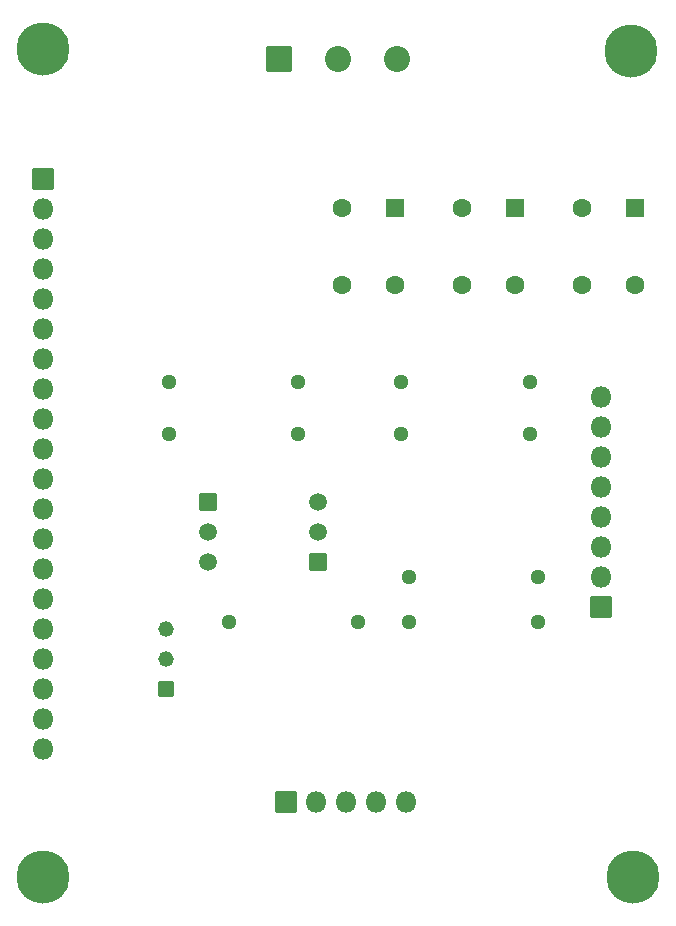
<source format=gts>
%TF.GenerationSoftware,KiCad,Pcbnew,(6.0.0)*%
%TF.CreationDate,2022-02-11T13:05:36-03:00*%
%TF.ProjectId,Placa Digital,506c6163-6120-4446-9967-6974616c2e6b,V01*%
%TF.SameCoordinates,Original*%
%TF.FileFunction,Soldermask,Top*%
%TF.FilePolarity,Negative*%
%FSLAX46Y46*%
G04 Gerber Fmt 4.6, Leading zero omitted, Abs format (unit mm)*
G04 Created by KiCad (PCBNEW (6.0.0)) date 2022-02-11 13:05:36*
%MOMM*%
%LPD*%
G01*
G04 APERTURE LIST*
G04 Aperture macros list*
%AMRoundRect*
0 Rectangle with rounded corners*
0 $1 Rounding radius*
0 $2 $3 $4 $5 $6 $7 $8 $9 X,Y pos of 4 corners*
0 Add a 4 corners polygon primitive as box body*
4,1,4,$2,$3,$4,$5,$6,$7,$8,$9,$2,$3,0*
0 Add four circle primitives for the rounded corners*
1,1,$1+$1,$2,$3*
1,1,$1+$1,$4,$5*
1,1,$1+$1,$6,$7*
1,1,$1+$1,$8,$9*
0 Add four rect primitives between the rounded corners*
20,1,$1+$1,$2,$3,$4,$5,0*
20,1,$1+$1,$4,$5,$6,$7,0*
20,1,$1+$1,$6,$7,$8,$9,0*
20,1,$1+$1,$8,$9,$2,$3,0*%
G04 Aperture macros list end*
%ADD10C,1.291600*%
%ADD11RoundRect,0.050800X-0.749000X0.749000X-0.749000X-0.749000X0.749000X-0.749000X0.749000X0.749000X0*%
%ADD12C,1.599600*%
%ADD13C,0.801600*%
%ADD14C,4.501600*%
%ADD15RoundRect,0.050800X-0.705000X0.705000X-0.705000X-0.705000X0.705000X-0.705000X0.705000X0.705000X0*%
%ADD16C,1.511600*%
%ADD17RoundRect,0.050800X0.609000X-0.609000X0.609000X0.609000X-0.609000X0.609000X-0.609000X-0.609000X0*%
%ADD18C,1.319600*%
%ADD19RoundRect,0.050800X-0.850000X-0.850000X0.850000X-0.850000X0.850000X0.850000X-0.850000X0.850000X0*%
%ADD20O,1.801600X1.801600*%
%ADD21RoundRect,0.050800X0.705000X-0.705000X0.705000X0.705000X-0.705000X0.705000X-0.705000X-0.705000X0*%
%ADD22C,2.201600*%
%ADD23RoundRect,0.050800X-1.050000X-1.050000X1.050000X-1.050000X1.050000X1.050000X-1.050000X1.050000X0*%
%ADD24RoundRect,0.050800X0.850000X-0.850000X0.850000X0.850000X-0.850000X0.850000X-0.850000X-0.850000X0*%
%ADD25RoundRect,0.050800X0.850000X0.850000X-0.850000X0.850000X-0.850000X-0.850000X0.850000X-0.850000X0*%
G04 APERTURE END LIST*
D10*
%TO.C,R6*%
X157357000Y-112649000D03*
X146427000Y-112649000D03*
%TD*%
D11*
%TO.C,Buttom_2*%
X155412000Y-77649000D03*
D12*
X150912000Y-77649000D03*
X155412000Y-84149000D03*
X150912000Y-84149000D03*
%TD*%
D13*
%TO.C,H3*%
X166613726Y-133122274D03*
X165447000Y-135939000D03*
X166613726Y-135455726D03*
X167097000Y-134289000D03*
X163797000Y-134289000D03*
X164280274Y-133122274D03*
D14*
X165447000Y-134289000D03*
D13*
X164280274Y-135455726D03*
X165447000Y-132639000D03*
%TD*%
D11*
%TO.C,Buttom_1*%
X165572000Y-77649000D03*
D12*
X161072000Y-77649000D03*
X165572000Y-84149000D03*
X161072000Y-84149000D03*
%TD*%
D15*
%TO.C,Q2*%
X129449500Y-102489000D03*
D16*
X129449500Y-105029000D03*
X129449500Y-107569000D03*
%TD*%
D10*
%TO.C,R1*%
X142117000Y-112649000D03*
X131187000Y-112649000D03*
%TD*%
D13*
%TO.C,H4*%
X115447000Y-132639000D03*
X115447000Y-135939000D03*
X113797000Y-134289000D03*
X114280274Y-135455726D03*
X116613726Y-133122274D03*
X117097000Y-134289000D03*
D14*
X115447000Y-134289000D03*
D13*
X114280274Y-133122274D03*
X116613726Y-135455726D03*
%TD*%
D17*
%TO.C,U4*%
X125857000Y-118364000D03*
D18*
X125857000Y-115824000D03*
X125857000Y-113284000D03*
%TD*%
D10*
%TO.C,R3*%
X156722000Y-96774000D03*
X145792000Y-96774000D03*
%TD*%
D11*
%TO.C,Buttom_3*%
X145252000Y-77649000D03*
D12*
X140752000Y-77649000D03*
X145252000Y-84149000D03*
X140752000Y-84149000D03*
%TD*%
D10*
%TO.C,R5*%
X137037000Y-96774000D03*
X126107000Y-96774000D03*
%TD*%
D13*
%TO.C,H1*%
X116613726Y-65289000D03*
X117097000Y-64122274D03*
X114280274Y-62955548D03*
X116613726Y-62955548D03*
X114280274Y-65289000D03*
X115447000Y-65772274D03*
D14*
X115447000Y-64122274D03*
D13*
X115447000Y-62472274D03*
X113797000Y-64122274D03*
%TD*%
D10*
%TO.C,R2*%
X156722000Y-92329000D03*
X145792000Y-92329000D03*
%TD*%
%TO.C,R7*%
X137037000Y-92329000D03*
X126107000Y-92329000D03*
%TD*%
%TO.C,R4*%
X157357000Y-108839000D03*
X146427000Y-108839000D03*
%TD*%
D19*
%TO.C,U3*%
X115447000Y-75164000D03*
D20*
X115447000Y-77704000D03*
X115447000Y-80244000D03*
X115447000Y-82784000D03*
X115447000Y-85324000D03*
X115447000Y-87864000D03*
X115447000Y-90404000D03*
X115447000Y-92944000D03*
X115447000Y-95484000D03*
X115447000Y-98024000D03*
X115447000Y-100564000D03*
X115447000Y-103104000D03*
X115447000Y-105644000D03*
X115447000Y-108184000D03*
X115447000Y-110724000D03*
X115447000Y-113264000D03*
X115447000Y-115804000D03*
X115447000Y-118344000D03*
X115447000Y-120884000D03*
X115447000Y-123424000D03*
%TD*%
D21*
%TO.C,Q1*%
X138774500Y-107569000D03*
D16*
X138774500Y-105029000D03*
X138774500Y-102489000D03*
%TD*%
D22*
%TO.C,U2*%
X140462000Y-65024000D03*
D23*
X135462000Y-65024000D03*
D22*
X145462000Y-65024000D03*
%TD*%
D24*
%TO.C,U1*%
X136017000Y-127889000D03*
D20*
X138557000Y-127889000D03*
X141097000Y-127889000D03*
X143637000Y-127889000D03*
X146177000Y-127889000D03*
%TD*%
D13*
%TO.C,H2*%
X166930274Y-64289000D03*
X164113548Y-65455726D03*
X164113548Y-63122274D03*
X163630274Y-64289000D03*
X166447000Y-65455726D03*
D14*
X165280274Y-64289000D03*
D13*
X166447000Y-63122274D03*
X165280274Y-65939000D03*
X165280274Y-62639000D03*
%TD*%
D25*
%TO.C,J1*%
X162687000Y-111364000D03*
D20*
X162687000Y-108824000D03*
X162687000Y-106284000D03*
X162687000Y-103744000D03*
X162687000Y-101204000D03*
X162687000Y-98664000D03*
X162687000Y-96124000D03*
X162687000Y-93584000D03*
%TD*%
M02*

</source>
